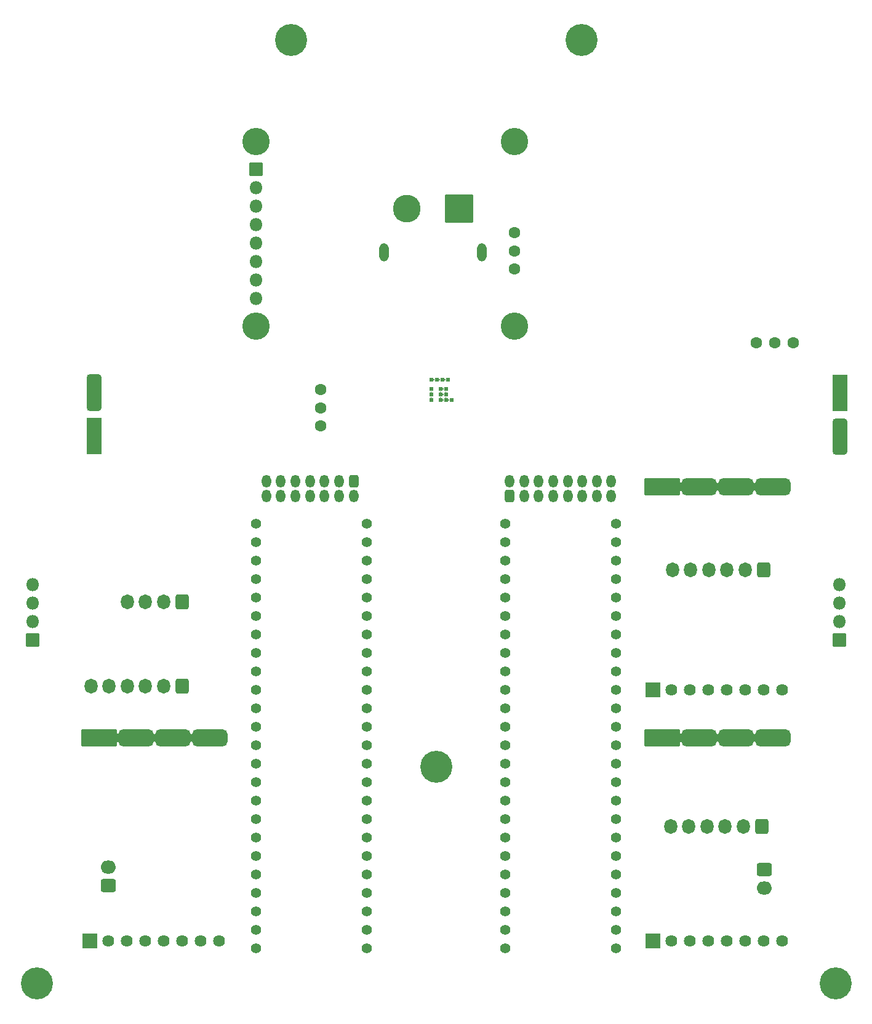
<source format=gbs>
G04 #@! TF.GenerationSoftware,KiCad,Pcbnew,6.0.2-378541a8eb~116~ubuntu20.04.1*
G04 #@! TF.CreationDate,2022-02-16T23:09:59+01:00*
G04 #@! TF.ProjectId,Main_Board,4d61696e-5f42-46f6-9172-642e6b696361,rev?*
G04 #@! TF.SameCoordinates,Original*
G04 #@! TF.FileFunction,Soldermask,Bot*
G04 #@! TF.FilePolarity,Negative*
%FSLAX46Y46*%
G04 Gerber Fmt 4.6, Leading zero omitted, Abs format (unit mm)*
G04 Created by KiCad (PCBNEW 6.0.2-378541a8eb~116~ubuntu20.04.1) date 2022-02-16 23:09:59*
%MOMM*%
%LPD*%
G01*
G04 APERTURE LIST*
G04 Aperture macros list*
%AMRoundRect*
0 Rectangle with rounded corners*
0 $1 Rounding radius*
0 $2 $3 $4 $5 $6 $7 $8 $9 X,Y pos of 4 corners*
0 Add a 4 corners polygon primitive as box body*
4,1,4,$2,$3,$4,$5,$6,$7,$8,$9,$2,$3,0*
0 Add four circle primitives for the rounded corners*
1,1,$1+$1,$2,$3*
1,1,$1+$1,$4,$5*
1,1,$1+$1,$6,$7*
1,1,$1+$1,$8,$9*
0 Add four rect primitives between the rounded corners*
20,1,$1+$1,$2,$3,$4,$5,0*
20,1,$1+$1,$4,$5,$6,$7,0*
20,1,$1+$1,$6,$7,$8,$9,0*
20,1,$1+$1,$8,$9,$2,$3,0*%
G04 Aperture macros list end*
%ADD10RoundRect,0.051000X0.850000X0.850000X-0.850000X0.850000X-0.850000X-0.850000X0.850000X-0.850000X0*%
%ADD11O,1.802000X1.802000*%
%ADD12RoundRect,0.051000X-1.100000X1.100000X-1.100000X-1.100000X1.100000X-1.100000X1.100000X1.100000X0*%
%ADD13RoundRect,0.051000X-0.750000X1.100000X-0.750000X-1.100000X0.750000X-1.100000X0.750000X1.100000X0*%
%ADD14RoundRect,0.601000X-0.550000X0.550000X-0.550000X-0.550000X0.550000X-0.550000X0.550000X0.550000X0*%
%ADD15RoundRect,0.051000X1.000000X-1.000000X1.000000X1.000000X-1.000000X1.000000X-1.000000X-1.000000X0*%
%ADD16C,1.626000*%
%ADD17C,1.602000*%
%ADD18C,0.602000*%
%ADD19RoundRect,0.301000X0.600000X0.725000X-0.600000X0.725000X-0.600000X-0.725000X0.600000X-0.725000X0*%
%ADD20O,1.802000X2.052000*%
%ADD21C,3.762000*%
%ADD22RoundRect,0.051000X-0.850000X-0.850000X0.850000X-0.850000X0.850000X0.850000X-0.850000X0.850000X0*%
%ADD23C,1.410000*%
%ADD24C,4.402000*%
%ADD25RoundRect,0.301000X0.750000X-0.600000X0.750000X0.600000X-0.750000X0.600000X-0.750000X-0.600000X0*%
%ADD26O,2.102000X1.802000*%
%ADD27RoundRect,0.301000X-0.750000X0.600000X-0.750000X-0.600000X0.750000X-0.600000X0.750000X0.600000X0*%
%ADD28RoundRect,0.551000X0.500000X-0.500000X0.500000X0.500000X-0.500000X0.500000X-0.500000X-0.500000X0*%
%ADD29RoundRect,0.051000X1.000000X-1.250000X1.000000X1.250000X-1.000000X1.250000X-1.000000X-1.250000X0*%
%ADD30RoundRect,0.051000X-1.000000X1.000000X-1.000000X-1.000000X1.000000X-1.000000X1.000000X1.000000X0*%
%ADD31RoundRect,0.551000X-0.500000X0.500000X-0.500000X-0.500000X0.500000X-0.500000X0.500000X0.500000X0*%
%ADD32RoundRect,0.051000X-1.000000X1.250000X-1.000000X-1.250000X1.000000X-1.250000X1.000000X1.250000X0*%
%ADD33RoundRect,0.300999X-0.350001X-0.575001X0.350001X-0.575001X0.350001X0.575001X-0.350001X0.575001X0*%
%ADD34O,1.302000X1.752000*%
%ADD35RoundRect,0.300999X0.350001X0.575001X-0.350001X0.575001X-0.350001X-0.575001X0.350001X-0.575001X0*%
%ADD36RoundRect,0.051000X-1.858000X-1.858000X1.858000X-1.858000X1.858000X1.858000X-1.858000X1.858000X0*%
%ADD37C,3.818000*%
%ADD38O,1.302000X2.502000*%
G04 APERTURE END LIST*
D10*
X204724000Y-107442000D03*
D11*
X204724000Y-104902000D03*
X204724000Y-102362000D03*
X204724000Y-99822000D03*
D10*
X93726000Y-107442000D03*
D11*
X93726000Y-104902000D03*
X93726000Y-102362000D03*
X93726000Y-99822000D03*
D12*
X181610000Y-120904000D03*
D13*
X180340000Y-120904000D03*
D12*
X179070000Y-120904000D03*
D14*
X186690000Y-120904000D03*
X184150000Y-120904000D03*
D13*
X185420000Y-120904000D03*
D14*
X189230000Y-120904000D03*
X191770000Y-120904000D03*
D13*
X190500000Y-120904000D03*
D14*
X194310000Y-120904000D03*
D13*
X195580000Y-120904000D03*
D14*
X196850000Y-120904000D03*
D15*
X179070000Y-148844000D03*
D16*
X181610000Y-148844000D03*
X184150000Y-148844000D03*
X186690000Y-148844000D03*
X189230000Y-148844000D03*
X191770000Y-148844000D03*
X194310000Y-148844000D03*
X196850000Y-148844000D03*
D12*
X179070000Y-86360000D03*
D13*
X180340000Y-86360000D03*
D12*
X181610000Y-86360000D03*
D14*
X184150000Y-86360000D03*
X186690000Y-86360000D03*
D13*
X185420000Y-86360000D03*
D14*
X189230000Y-86360000D03*
X191770000Y-86360000D03*
D13*
X190500000Y-86360000D03*
D14*
X194310000Y-86360000D03*
X196850000Y-86360000D03*
D13*
X195580000Y-86360000D03*
D15*
X179070000Y-114300000D03*
D16*
X181610000Y-114300000D03*
X184150000Y-114300000D03*
X186690000Y-114300000D03*
X189230000Y-114300000D03*
X191770000Y-114300000D03*
X194310000Y-114300000D03*
X196850000Y-114300000D03*
D17*
X160020000Y-51435000D03*
X160020000Y-53935000D03*
X160020000Y-56435000D03*
X198374000Y-66548000D03*
X195874000Y-66548000D03*
X193374000Y-66548000D03*
D18*
X150116000Y-71643000D03*
X150878000Y-71643000D03*
X148592000Y-71643000D03*
X149354000Y-71643000D03*
X148592000Y-72913000D03*
X148592000Y-74437000D03*
X148592000Y-73675000D03*
X151386000Y-74437000D03*
X149862000Y-74437000D03*
X150624000Y-72913000D03*
X149862000Y-73675000D03*
X150624000Y-74437000D03*
X149862000Y-72913000D03*
X150624000Y-73675000D03*
D19*
X114300000Y-102235000D03*
D20*
X111800000Y-102235000D03*
X109300000Y-102235000D03*
X106800000Y-102235000D03*
D12*
X104140000Y-120904000D03*
D13*
X102870000Y-120904000D03*
D12*
X101600000Y-120904000D03*
D14*
X109220000Y-120904000D03*
X106680000Y-120904000D03*
D13*
X107950000Y-120904000D03*
D14*
X114300000Y-120904000D03*
D13*
X113030000Y-120904000D03*
D14*
X111760000Y-120904000D03*
X116840000Y-120904000D03*
D13*
X118110000Y-120904000D03*
D14*
X119380000Y-120904000D03*
D15*
X101600000Y-148844000D03*
D16*
X104140000Y-148844000D03*
X106680000Y-148844000D03*
X109220000Y-148844000D03*
X111760000Y-148844000D03*
X114300000Y-148844000D03*
X116840000Y-148844000D03*
X119380000Y-148844000D03*
D17*
X133350000Y-73025000D03*
X133350000Y-75525000D03*
X133350000Y-78025000D03*
D21*
X124460000Y-64262000D03*
X124460000Y-38862000D03*
X160020000Y-64262000D03*
X160020000Y-38862000D03*
D22*
X124460000Y-42672000D03*
D11*
X124460000Y-45212000D03*
X124460000Y-47752000D03*
X124460000Y-50292000D03*
X124460000Y-52832000D03*
X124460000Y-55372000D03*
X124460000Y-57912000D03*
X124460000Y-60452000D03*
D23*
X139700000Y-147320000D03*
X139700000Y-144780000D03*
X139700000Y-142240000D03*
X139700000Y-139700000D03*
X139700000Y-114300000D03*
X124460000Y-144780000D03*
X139700000Y-137160000D03*
X139700000Y-134620000D03*
X139700000Y-132080000D03*
X139700000Y-129540000D03*
X139700000Y-127000000D03*
X139700000Y-124460000D03*
X139700000Y-121920000D03*
X139700000Y-119380000D03*
X139700000Y-116840000D03*
X124460000Y-116840000D03*
X124460000Y-119380000D03*
X124460000Y-121920000D03*
X124460000Y-124460000D03*
X124460000Y-127000000D03*
X124460000Y-129540000D03*
X124460000Y-132080000D03*
X124460000Y-134620000D03*
X124460000Y-137160000D03*
X124460000Y-139700000D03*
X124460000Y-142240000D03*
X139700000Y-111760000D03*
X139700000Y-109220000D03*
X139700000Y-106680000D03*
X139700000Y-104140000D03*
X139700000Y-101600000D03*
X139700000Y-99060000D03*
X139700000Y-96520000D03*
X139700000Y-93980000D03*
X139700000Y-91440000D03*
X124460000Y-91440000D03*
X124460000Y-93980000D03*
X124460000Y-96520000D03*
X124460000Y-99060000D03*
X124460000Y-101600000D03*
X124460000Y-104140000D03*
X124460000Y-106680000D03*
X124460000Y-109220000D03*
X124460000Y-111760000D03*
X139700000Y-149860000D03*
X124460000Y-114300000D03*
X124460000Y-147320000D03*
X124460000Y-149860000D03*
D24*
X169288500Y-24904499D03*
X129288500Y-24904500D03*
X94336595Y-154725008D03*
X149288500Y-124904500D03*
X204240406Y-154725008D03*
D23*
X173990000Y-147320000D03*
X173990000Y-144780000D03*
X173990000Y-142240000D03*
X173990000Y-139700000D03*
X173990000Y-114300000D03*
X158750000Y-144780000D03*
X173990000Y-137160000D03*
X173990000Y-134620000D03*
X173990000Y-132080000D03*
X173990000Y-129540000D03*
X173990000Y-127000000D03*
X173990000Y-124460000D03*
X173990000Y-121920000D03*
X173990000Y-119380000D03*
X173990000Y-116840000D03*
X158750000Y-116840000D03*
X158750000Y-119380000D03*
X158750000Y-121920000D03*
X158750000Y-124460000D03*
X158750000Y-127000000D03*
X158750000Y-129540000D03*
X158750000Y-132080000D03*
X158750000Y-134620000D03*
X158750000Y-137160000D03*
X158750000Y-139700000D03*
X158750000Y-142240000D03*
X173990000Y-111760000D03*
X173990000Y-109220000D03*
X173990000Y-106680000D03*
X173990000Y-104140000D03*
X173990000Y-101600000D03*
X173990000Y-99060000D03*
X173990000Y-96520000D03*
X173990000Y-93980000D03*
X173990000Y-91440000D03*
X158750000Y-91440000D03*
X158750000Y-93980000D03*
X158750000Y-96520000D03*
X158750000Y-99060000D03*
X158750000Y-101600000D03*
X158750000Y-104140000D03*
X158750000Y-106680000D03*
X158750000Y-109220000D03*
X158750000Y-111760000D03*
X173990000Y-149860000D03*
X158750000Y-114300000D03*
X158750000Y-147320000D03*
X158750000Y-149860000D03*
D25*
X104140000Y-141224000D03*
D26*
X104140000Y-138724000D03*
D27*
X194437000Y-139065000D03*
D26*
X194437000Y-141565000D03*
D19*
X194310000Y-97790000D03*
D20*
X191810000Y-97790000D03*
X189310000Y-97790000D03*
X186810000Y-97790000D03*
X184310000Y-97790000D03*
X181810000Y-97790000D03*
D19*
X194056000Y-133096000D03*
D20*
X191556000Y-133096000D03*
X189056000Y-133096000D03*
X186556000Y-133096000D03*
X184056000Y-133096000D03*
X181556000Y-133096000D03*
D19*
X114300000Y-113792000D03*
D20*
X111800000Y-113792000D03*
X109300000Y-113792000D03*
X106800000Y-113792000D03*
X104300000Y-113792000D03*
X101800000Y-113792000D03*
D15*
X204851000Y-73482200D03*
X204851000Y-71958200D03*
X204851000Y-74958200D03*
D28*
X204851000Y-77958200D03*
D29*
X204851000Y-79578200D03*
D28*
X204851000Y-80958200D03*
D30*
X102235000Y-77900000D03*
X102235000Y-79376000D03*
X102235000Y-80900000D03*
D31*
X102235000Y-74900000D03*
X102235000Y-71900000D03*
D32*
X102235000Y-73280000D03*
D33*
X159386000Y-87598000D03*
D34*
X159386000Y-85598000D03*
X161386000Y-87598000D03*
X161386000Y-85598000D03*
X163386000Y-87598000D03*
X163386000Y-85598000D03*
X165386000Y-87598000D03*
X165386000Y-85598000D03*
X167386000Y-87598000D03*
X167386000Y-85598000D03*
X169386000Y-87598000D03*
X169386000Y-85598000D03*
X171386000Y-87598000D03*
X171386000Y-85598000D03*
X173386000Y-87598000D03*
X173386000Y-85598000D03*
D35*
X137922000Y-85598000D03*
D34*
X137922000Y-87598000D03*
X135922000Y-85598000D03*
X135922000Y-87598000D03*
X133922000Y-85598000D03*
X133922000Y-87598000D03*
X131922000Y-85598000D03*
X131922000Y-87598000D03*
X129922000Y-85598000D03*
X129922000Y-87598000D03*
X127922000Y-85598000D03*
X127922000Y-87598000D03*
X125922000Y-85598000D03*
X125922000Y-87598000D03*
D36*
X152444000Y-48102000D03*
D37*
X145244000Y-48102000D03*
D38*
X155594000Y-54102000D03*
X142094000Y-54102000D03*
G36*
X110355026Y-120217623D02*
G01*
X110359630Y-120231424D01*
X110359722Y-120231851D01*
X110367596Y-120308058D01*
X110393950Y-120372433D01*
X110450675Y-120412166D01*
X110519879Y-120414925D01*
X110579586Y-120379831D01*
X110610961Y-120317795D01*
X110612336Y-120308203D01*
X110620048Y-120232932D01*
X110620140Y-120232506D01*
X110624906Y-120218136D01*
X110626400Y-120216807D01*
X110628298Y-120217437D01*
X110628787Y-120219027D01*
X110611000Y-120354132D01*
X110611000Y-121453868D01*
X110628854Y-121589483D01*
X110628089Y-121591331D01*
X110626106Y-121591592D01*
X110624974Y-121590377D01*
X110620370Y-121576576D01*
X110620278Y-121576149D01*
X110612404Y-121499942D01*
X110586050Y-121435567D01*
X110529325Y-121395834D01*
X110460121Y-121393075D01*
X110400414Y-121428169D01*
X110369039Y-121490205D01*
X110367664Y-121499797D01*
X110359952Y-121575068D01*
X110359860Y-121575494D01*
X110355094Y-121589864D01*
X110353600Y-121591193D01*
X110351702Y-121590563D01*
X110351213Y-121588973D01*
X110369000Y-121453868D01*
X110369000Y-120354132D01*
X110351146Y-120218517D01*
X110351911Y-120216669D01*
X110353894Y-120216408D01*
X110355026Y-120217623D01*
G37*
G36*
X105548298Y-120217437D02*
G01*
X105548787Y-120219027D01*
X105531000Y-120354132D01*
X105531000Y-121453868D01*
X105548854Y-121589483D01*
X105548089Y-121591331D01*
X105546106Y-121591592D01*
X105544974Y-121590377D01*
X105540370Y-121576576D01*
X105540278Y-121576149D01*
X105538377Y-121557746D01*
X105512023Y-121493371D01*
X105455298Y-121453637D01*
X105386095Y-121450878D01*
X105326387Y-121485971D01*
X105295036Y-121547960D01*
X105292992Y-121570282D01*
X105291838Y-121571916D01*
X105289846Y-121571734D01*
X105289000Y-121570100D01*
X105289000Y-120236908D01*
X105290000Y-120235176D01*
X105292000Y-120235176D01*
X105292919Y-120236345D01*
X105312595Y-120303357D01*
X105364938Y-120348712D01*
X105433491Y-120358569D01*
X105496489Y-120329798D01*
X105534045Y-120271361D01*
X105538365Y-120249351D01*
X105540048Y-120232932D01*
X105540140Y-120232506D01*
X105544906Y-120218136D01*
X105546400Y-120216807D01*
X105548298Y-120217437D01*
G37*
G36*
X192905026Y-120217623D02*
G01*
X192909630Y-120231424D01*
X192909722Y-120231851D01*
X192917596Y-120308058D01*
X192943950Y-120372433D01*
X193000675Y-120412166D01*
X193069879Y-120414925D01*
X193129586Y-120379831D01*
X193160961Y-120317795D01*
X193162336Y-120308203D01*
X193170048Y-120232932D01*
X193170140Y-120232506D01*
X193174906Y-120218136D01*
X193176400Y-120216807D01*
X193178298Y-120217437D01*
X193178787Y-120219027D01*
X193161000Y-120354132D01*
X193161000Y-121453868D01*
X193178854Y-121589483D01*
X193178089Y-121591331D01*
X193176106Y-121591592D01*
X193174974Y-121590377D01*
X193170370Y-121576576D01*
X193170278Y-121576149D01*
X193162404Y-121499942D01*
X193136050Y-121435567D01*
X193079325Y-121395834D01*
X193010121Y-121393075D01*
X192950414Y-121428169D01*
X192919039Y-121490205D01*
X192917664Y-121499797D01*
X192909952Y-121575068D01*
X192909860Y-121575494D01*
X192905094Y-121589864D01*
X192903600Y-121591193D01*
X192901702Y-121590563D01*
X192901213Y-121588973D01*
X192919000Y-121453868D01*
X192919000Y-120354132D01*
X192901146Y-120218517D01*
X192901911Y-120216669D01*
X192903894Y-120216408D01*
X192905026Y-120217623D01*
G37*
G36*
X187825026Y-120217623D02*
G01*
X187829630Y-120231424D01*
X187829722Y-120231851D01*
X187837596Y-120308058D01*
X187863950Y-120372433D01*
X187920675Y-120412166D01*
X187989879Y-120414925D01*
X188049586Y-120379831D01*
X188080961Y-120317795D01*
X188082336Y-120308203D01*
X188090048Y-120232932D01*
X188090140Y-120232506D01*
X188094906Y-120218136D01*
X188096400Y-120216807D01*
X188098298Y-120217437D01*
X188098787Y-120219027D01*
X188081000Y-120354132D01*
X188081000Y-121453868D01*
X188098854Y-121589483D01*
X188098089Y-121591331D01*
X188096106Y-121591592D01*
X188094974Y-121590377D01*
X188090370Y-121576576D01*
X188090278Y-121576149D01*
X188082404Y-121499942D01*
X188056050Y-121435567D01*
X187999325Y-121395834D01*
X187930121Y-121393075D01*
X187870414Y-121428169D01*
X187839039Y-121490205D01*
X187837664Y-121499797D01*
X187829952Y-121575068D01*
X187829860Y-121575494D01*
X187825094Y-121589864D01*
X187823600Y-121591193D01*
X187821702Y-121590563D01*
X187821213Y-121588973D01*
X187839000Y-121453868D01*
X187839000Y-120354132D01*
X187821146Y-120218517D01*
X187821911Y-120216669D01*
X187823894Y-120216408D01*
X187825026Y-120217623D01*
G37*
G36*
X115435026Y-120217623D02*
G01*
X115439630Y-120231424D01*
X115439722Y-120231851D01*
X115447596Y-120308058D01*
X115473950Y-120372433D01*
X115530675Y-120412166D01*
X115599879Y-120414925D01*
X115659586Y-120379831D01*
X115690961Y-120317795D01*
X115692336Y-120308203D01*
X115700048Y-120232932D01*
X115700140Y-120232506D01*
X115704906Y-120218136D01*
X115706400Y-120216807D01*
X115708298Y-120217437D01*
X115708787Y-120219027D01*
X115691000Y-120354132D01*
X115691000Y-121453868D01*
X115708854Y-121589483D01*
X115708089Y-121591331D01*
X115706106Y-121591592D01*
X115704974Y-121590377D01*
X115700370Y-121576576D01*
X115700278Y-121576149D01*
X115692404Y-121499942D01*
X115666050Y-121435567D01*
X115609325Y-121395834D01*
X115540121Y-121393075D01*
X115480414Y-121428169D01*
X115449039Y-121490205D01*
X115447664Y-121499797D01*
X115439952Y-121575068D01*
X115439860Y-121575494D01*
X115435094Y-121589864D01*
X115433600Y-121591193D01*
X115431702Y-121590563D01*
X115431213Y-121588973D01*
X115449000Y-121453868D01*
X115449000Y-120354132D01*
X115431146Y-120218517D01*
X115431911Y-120216669D01*
X115433894Y-120216408D01*
X115435026Y-120217623D01*
G37*
G36*
X183018298Y-120217437D02*
G01*
X183018787Y-120219027D01*
X183001000Y-120354132D01*
X183001000Y-121453868D01*
X183018854Y-121589483D01*
X183018089Y-121591331D01*
X183016106Y-121591592D01*
X183014974Y-121590377D01*
X183010370Y-121576576D01*
X183010278Y-121576149D01*
X183008377Y-121557746D01*
X182982023Y-121493371D01*
X182925298Y-121453637D01*
X182856095Y-121450878D01*
X182796387Y-121485971D01*
X182765036Y-121547960D01*
X182762992Y-121570282D01*
X182761838Y-121571916D01*
X182759846Y-121571734D01*
X182759000Y-121570100D01*
X182759000Y-120236908D01*
X182760000Y-120235176D01*
X182762000Y-120235176D01*
X182762919Y-120236345D01*
X182782595Y-120303357D01*
X182834938Y-120348712D01*
X182903491Y-120358569D01*
X182966489Y-120329798D01*
X183004045Y-120271361D01*
X183008365Y-120249351D01*
X183010048Y-120232932D01*
X183010140Y-120232506D01*
X183014906Y-120218136D01*
X183016400Y-120216807D01*
X183018298Y-120217437D01*
G37*
G36*
X192905026Y-85673623D02*
G01*
X192909630Y-85687424D01*
X192909722Y-85687851D01*
X192917596Y-85764058D01*
X192943950Y-85828433D01*
X193000675Y-85868166D01*
X193069879Y-85870925D01*
X193129586Y-85835831D01*
X193160961Y-85773795D01*
X193162336Y-85764203D01*
X193170048Y-85688932D01*
X193170140Y-85688506D01*
X193174906Y-85674136D01*
X193176400Y-85672807D01*
X193178298Y-85673437D01*
X193178787Y-85675027D01*
X193161000Y-85810132D01*
X193161000Y-86909868D01*
X193178854Y-87045483D01*
X193178089Y-87047331D01*
X193176106Y-87047592D01*
X193174974Y-87046377D01*
X193170370Y-87032576D01*
X193170278Y-87032149D01*
X193162404Y-86955942D01*
X193136050Y-86891567D01*
X193079325Y-86851834D01*
X193010121Y-86849075D01*
X192950414Y-86884169D01*
X192919039Y-86946205D01*
X192917664Y-86955797D01*
X192909952Y-87031068D01*
X192909860Y-87031494D01*
X192905094Y-87045864D01*
X192903600Y-87047193D01*
X192901702Y-87046563D01*
X192901213Y-87044973D01*
X192919000Y-86909868D01*
X192919000Y-85810132D01*
X192901146Y-85674517D01*
X192901911Y-85672669D01*
X192903894Y-85672408D01*
X192905026Y-85673623D01*
G37*
G36*
X183018298Y-85673437D02*
G01*
X183018787Y-85675027D01*
X183001000Y-85810132D01*
X183001000Y-86909868D01*
X183018854Y-87045483D01*
X183018089Y-87047331D01*
X183016106Y-87047592D01*
X183014974Y-87046377D01*
X183010370Y-87032576D01*
X183010278Y-87032149D01*
X183008377Y-87013746D01*
X182982023Y-86949371D01*
X182925298Y-86909637D01*
X182856095Y-86906878D01*
X182796387Y-86941971D01*
X182765036Y-87003960D01*
X182762992Y-87026282D01*
X182761838Y-87027916D01*
X182759846Y-87027734D01*
X182759000Y-87026100D01*
X182759000Y-85692908D01*
X182760000Y-85691176D01*
X182762000Y-85691176D01*
X182762919Y-85692345D01*
X182782595Y-85759357D01*
X182834938Y-85804712D01*
X182903491Y-85814569D01*
X182966489Y-85785798D01*
X183004045Y-85727361D01*
X183008365Y-85705351D01*
X183010048Y-85688932D01*
X183010140Y-85688506D01*
X183014906Y-85674136D01*
X183016400Y-85672807D01*
X183018298Y-85673437D01*
G37*
G36*
X187825026Y-85673623D02*
G01*
X187829630Y-85687424D01*
X187829722Y-85687851D01*
X187837596Y-85764058D01*
X187863950Y-85828433D01*
X187920675Y-85868166D01*
X187989879Y-85870925D01*
X188049586Y-85835831D01*
X188080961Y-85773795D01*
X188082336Y-85764203D01*
X188090048Y-85688932D01*
X188090140Y-85688506D01*
X188094906Y-85674136D01*
X188096400Y-85672807D01*
X188098298Y-85673437D01*
X188098787Y-85675027D01*
X188081000Y-85810132D01*
X188081000Y-86909868D01*
X188098854Y-87045483D01*
X188098089Y-87047331D01*
X188096106Y-87047592D01*
X188094974Y-87046377D01*
X188090370Y-87032576D01*
X188090278Y-87032149D01*
X188082404Y-86955942D01*
X188056050Y-86891567D01*
X187999325Y-86851834D01*
X187930121Y-86849075D01*
X187870414Y-86884169D01*
X187839039Y-86946205D01*
X187837664Y-86955797D01*
X187829952Y-87031068D01*
X187829860Y-87031494D01*
X187825094Y-87045864D01*
X187823600Y-87047193D01*
X187821702Y-87046563D01*
X187821213Y-87044973D01*
X187839000Y-86909868D01*
X187839000Y-85810132D01*
X187821146Y-85674517D01*
X187821911Y-85672669D01*
X187823894Y-85672408D01*
X187825026Y-85673623D01*
G37*
G36*
X150900370Y-74318942D02*
G01*
X150943037Y-74364118D01*
X151010264Y-74380766D01*
X151075864Y-74358410D01*
X151108701Y-74320515D01*
X151110591Y-74319861D01*
X151112102Y-74321171D01*
X151111944Y-74322825D01*
X151105062Y-74334746D01*
X151087031Y-74437000D01*
X151105062Y-74539254D01*
X151112816Y-74552685D01*
X151112816Y-74554685D01*
X151111084Y-74555685D01*
X151109630Y-74555058D01*
X151066963Y-74509882D01*
X150999736Y-74493234D01*
X150934136Y-74515590D01*
X150901299Y-74553485D01*
X150899409Y-74554139D01*
X150897898Y-74552829D01*
X150898056Y-74551175D01*
X150904938Y-74539254D01*
X150922969Y-74437000D01*
X150904938Y-74334746D01*
X150897184Y-74321315D01*
X150897184Y-74319315D01*
X150898916Y-74318315D01*
X150900370Y-74318942D01*
G37*
G36*
X150138370Y-74318942D02*
G01*
X150181037Y-74364118D01*
X150248264Y-74380766D01*
X150313864Y-74358410D01*
X150346701Y-74320515D01*
X150348591Y-74319861D01*
X150350102Y-74321171D01*
X150349944Y-74322825D01*
X150343062Y-74334746D01*
X150325031Y-74437000D01*
X150343062Y-74539254D01*
X150350816Y-74552685D01*
X150350816Y-74554685D01*
X150349084Y-74555685D01*
X150347630Y-74555058D01*
X150304963Y-74509882D01*
X150237736Y-74493234D01*
X150172136Y-74515590D01*
X150139299Y-74553485D01*
X150137409Y-74554139D01*
X150135898Y-74552829D01*
X150136056Y-74551175D01*
X150142938Y-74539254D01*
X150160969Y-74437000D01*
X150142938Y-74334746D01*
X150135184Y-74321315D01*
X150135184Y-74319315D01*
X150136916Y-74318315D01*
X150138370Y-74318942D01*
G37*
G36*
X148713303Y-73945237D02*
G01*
X148713987Y-73947116D01*
X148713390Y-73948223D01*
X148664882Y-73994037D01*
X148648234Y-74061264D01*
X148670590Y-74126864D01*
X148712975Y-74163592D01*
X148713629Y-74165482D01*
X148712319Y-74166993D01*
X148710981Y-74166982D01*
X148643916Y-74142573D01*
X148540084Y-74142573D01*
X148472667Y-74167110D01*
X148470697Y-74166763D01*
X148470013Y-74164884D01*
X148470610Y-74163777D01*
X148519118Y-74117963D01*
X148535766Y-74050736D01*
X148513410Y-73985136D01*
X148471025Y-73948408D01*
X148470371Y-73946518D01*
X148471681Y-73945007D01*
X148473019Y-73945018D01*
X148540084Y-73969427D01*
X148643916Y-73969427D01*
X148711333Y-73944890D01*
X148713303Y-73945237D01*
G37*
G36*
X149983303Y-73945237D02*
G01*
X149983987Y-73947116D01*
X149983390Y-73948223D01*
X149934882Y-73994037D01*
X149918234Y-74061264D01*
X149940590Y-74126864D01*
X149982975Y-74163592D01*
X149983629Y-74165482D01*
X149982319Y-74166993D01*
X149980981Y-74166982D01*
X149913916Y-74142573D01*
X149810084Y-74142573D01*
X149742667Y-74167110D01*
X149740697Y-74166763D01*
X149740013Y-74164884D01*
X149740610Y-74163777D01*
X149789118Y-74117963D01*
X149805766Y-74050736D01*
X149783410Y-73985136D01*
X149741025Y-73948408D01*
X149740371Y-73946518D01*
X149741681Y-73945007D01*
X149743019Y-73945018D01*
X149810084Y-73969427D01*
X149913916Y-73969427D01*
X149981333Y-73944890D01*
X149983303Y-73945237D01*
G37*
G36*
X150745303Y-73945237D02*
G01*
X150745987Y-73947116D01*
X150745390Y-73948223D01*
X150696882Y-73994037D01*
X150680234Y-74061264D01*
X150702590Y-74126864D01*
X150744975Y-74163592D01*
X150745629Y-74165482D01*
X150744319Y-74166993D01*
X150742981Y-74166982D01*
X150675916Y-74142573D01*
X150572084Y-74142573D01*
X150504667Y-74167110D01*
X150502697Y-74166763D01*
X150502013Y-74164884D01*
X150502610Y-74163777D01*
X150551118Y-74117963D01*
X150567766Y-74050736D01*
X150545410Y-73985136D01*
X150503025Y-73948408D01*
X150502371Y-73946518D01*
X150503681Y-73945007D01*
X150505019Y-73945018D01*
X150572084Y-73969427D01*
X150675916Y-73969427D01*
X150743333Y-73944890D01*
X150745303Y-73945237D01*
G37*
G36*
X150138370Y-73556942D02*
G01*
X150181037Y-73602118D01*
X150248264Y-73618766D01*
X150313864Y-73596410D01*
X150346701Y-73558515D01*
X150348591Y-73557861D01*
X150350102Y-73559171D01*
X150349944Y-73560825D01*
X150343062Y-73572746D01*
X150325031Y-73675000D01*
X150343062Y-73777254D01*
X150350816Y-73790685D01*
X150350816Y-73792685D01*
X150349084Y-73793685D01*
X150347630Y-73793058D01*
X150304963Y-73747882D01*
X150237736Y-73731234D01*
X150172136Y-73753590D01*
X150139299Y-73791485D01*
X150137409Y-73792139D01*
X150135898Y-73790829D01*
X150136056Y-73789175D01*
X150142938Y-73777254D01*
X150160969Y-73675000D01*
X150142938Y-73572746D01*
X150135184Y-73559315D01*
X150135184Y-73557315D01*
X150136916Y-73556315D01*
X150138370Y-73556942D01*
G37*
G36*
X150745303Y-73183237D02*
G01*
X150745987Y-73185116D01*
X150745390Y-73186223D01*
X150696882Y-73232037D01*
X150680234Y-73299264D01*
X150702590Y-73364864D01*
X150744975Y-73401592D01*
X150745629Y-73403482D01*
X150744319Y-73404993D01*
X150742981Y-73404982D01*
X150675916Y-73380573D01*
X150572084Y-73380573D01*
X150504667Y-73405110D01*
X150502697Y-73404763D01*
X150502013Y-73402884D01*
X150502610Y-73401777D01*
X150551118Y-73355963D01*
X150567766Y-73288736D01*
X150545410Y-73223136D01*
X150503025Y-73186408D01*
X150502371Y-73184518D01*
X150503681Y-73183007D01*
X150505019Y-73183018D01*
X150572084Y-73207427D01*
X150675916Y-73207427D01*
X150743333Y-73182890D01*
X150745303Y-73183237D01*
G37*
G36*
X148713303Y-73183237D02*
G01*
X148713987Y-73185116D01*
X148713390Y-73186223D01*
X148664882Y-73232037D01*
X148648234Y-73299264D01*
X148670590Y-73364864D01*
X148712975Y-73401592D01*
X148713629Y-73403482D01*
X148712319Y-73404993D01*
X148710981Y-73404982D01*
X148643916Y-73380573D01*
X148540084Y-73380573D01*
X148472667Y-73405110D01*
X148470697Y-73404763D01*
X148470013Y-73402884D01*
X148470610Y-73401777D01*
X148519118Y-73355963D01*
X148535766Y-73288736D01*
X148513410Y-73223136D01*
X148471025Y-73186408D01*
X148470371Y-73184518D01*
X148471681Y-73183007D01*
X148473019Y-73183018D01*
X148540084Y-73207427D01*
X148643916Y-73207427D01*
X148711333Y-73182890D01*
X148713303Y-73183237D01*
G37*
G36*
X149983303Y-73183237D02*
G01*
X149983987Y-73185116D01*
X149983390Y-73186223D01*
X149934882Y-73232037D01*
X149918234Y-73299264D01*
X149940590Y-73364864D01*
X149982975Y-73401592D01*
X149983629Y-73403482D01*
X149982319Y-73404993D01*
X149980981Y-73404982D01*
X149913916Y-73380573D01*
X149810084Y-73380573D01*
X149742667Y-73405110D01*
X149740697Y-73404763D01*
X149740013Y-73402884D01*
X149740610Y-73401777D01*
X149789118Y-73355963D01*
X149805766Y-73288736D01*
X149783410Y-73223136D01*
X149741025Y-73186408D01*
X149740371Y-73184518D01*
X149741681Y-73183007D01*
X149743019Y-73183018D01*
X149810084Y-73207427D01*
X149913916Y-73207427D01*
X149981333Y-73182890D01*
X149983303Y-73183237D01*
G37*
G36*
X150138370Y-72794942D02*
G01*
X150181037Y-72840118D01*
X150248264Y-72856766D01*
X150313864Y-72834410D01*
X150346701Y-72796515D01*
X150348591Y-72795861D01*
X150350102Y-72797171D01*
X150349944Y-72798825D01*
X150343062Y-72810746D01*
X150325031Y-72913000D01*
X150343062Y-73015254D01*
X150350816Y-73028685D01*
X150350816Y-73030685D01*
X150349084Y-73031685D01*
X150347630Y-73031058D01*
X150304963Y-72985882D01*
X150237736Y-72969234D01*
X150172136Y-72991590D01*
X150139299Y-73029485D01*
X150137409Y-73030139D01*
X150135898Y-73028829D01*
X150136056Y-73027175D01*
X150142938Y-73015254D01*
X150160969Y-72913000D01*
X150142938Y-72810746D01*
X150135184Y-72797315D01*
X150135184Y-72795315D01*
X150136916Y-72794315D01*
X150138370Y-72794942D01*
G37*
G36*
X149630370Y-71524942D02*
G01*
X149673037Y-71570118D01*
X149740264Y-71586766D01*
X149805864Y-71564410D01*
X149838701Y-71526515D01*
X149840591Y-71525861D01*
X149842102Y-71527171D01*
X149841944Y-71528825D01*
X149835062Y-71540746D01*
X149817031Y-71643000D01*
X149835062Y-71745254D01*
X149842816Y-71758685D01*
X149842816Y-71760685D01*
X149841084Y-71761685D01*
X149839630Y-71761058D01*
X149796963Y-71715882D01*
X149729736Y-71699234D01*
X149664136Y-71721590D01*
X149631299Y-71759485D01*
X149629409Y-71760139D01*
X149627898Y-71758829D01*
X149628056Y-71757175D01*
X149634938Y-71745254D01*
X149652969Y-71643000D01*
X149634938Y-71540746D01*
X149627184Y-71527315D01*
X149627184Y-71525315D01*
X149628916Y-71524315D01*
X149630370Y-71524942D01*
G37*
G36*
X148868370Y-71524942D02*
G01*
X148911037Y-71570118D01*
X148978264Y-71586766D01*
X149043864Y-71564410D01*
X149076701Y-71526515D01*
X149078591Y-71525861D01*
X149080102Y-71527171D01*
X149079944Y-71528825D01*
X149073062Y-71540746D01*
X149055031Y-71643000D01*
X149073062Y-71745254D01*
X149080816Y-71758685D01*
X149080816Y-71760685D01*
X149079084Y-71761685D01*
X149077630Y-71761058D01*
X149034963Y-71715882D01*
X148967736Y-71699234D01*
X148902136Y-71721590D01*
X148869299Y-71759485D01*
X148867409Y-71760139D01*
X148865898Y-71758829D01*
X148866056Y-71757175D01*
X148872938Y-71745254D01*
X148890969Y-71643000D01*
X148872938Y-71540746D01*
X148865184Y-71527315D01*
X148865184Y-71525315D01*
X148866916Y-71524315D01*
X148868370Y-71524942D01*
G37*
G36*
X150392370Y-71524942D02*
G01*
X150435037Y-71570118D01*
X150502264Y-71586766D01*
X150567864Y-71564410D01*
X150600701Y-71526515D01*
X150602591Y-71525861D01*
X150604102Y-71527171D01*
X150603944Y-71528825D01*
X150597062Y-71540746D01*
X150579031Y-71643000D01*
X150597062Y-71745254D01*
X150604816Y-71758685D01*
X150604816Y-71760685D01*
X150603084Y-71761685D01*
X150601630Y-71761058D01*
X150558963Y-71715882D01*
X150491736Y-71699234D01*
X150426136Y-71721590D01*
X150393299Y-71759485D01*
X150391409Y-71760139D01*
X150389898Y-71758829D01*
X150390056Y-71757175D01*
X150396938Y-71745254D01*
X150414969Y-71643000D01*
X150396938Y-71540746D01*
X150389184Y-71527315D01*
X150389184Y-71525315D01*
X150390916Y-71524315D01*
X150392370Y-71524942D01*
G37*
M02*

</source>
